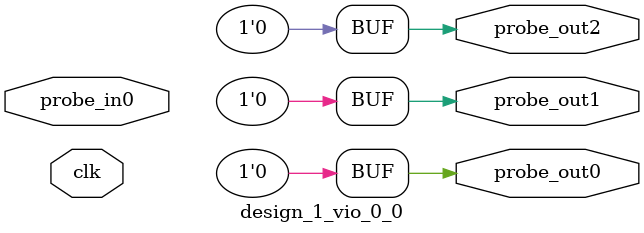
<source format=v>
`timescale 1ns / 1ps
module design_1_vio_0_0 (
clk,
probe_in0,
probe_out0,
probe_out1,
probe_out2
);

input clk;
input [0 : 0] probe_in0;

output reg [0 : 0] probe_out0 = 'h0 ;
output reg [0 : 0] probe_out1 = 'h0 ;
output reg [0 : 0] probe_out2 = 'h0 ;


endmodule

</source>
